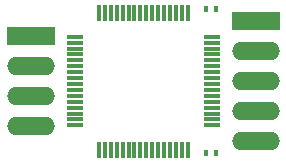
<source format=gtp>
G04 (created by PCBNEW (2013-04-19 BZR 4011)-stable) date 24/08/2014 03:54:09*
%MOIN*%
G04 Gerber Fmt 3.4, Leading zero omitted, Abs format*
%FSLAX34Y34*%
G01*
G70*
G90*
G04 APERTURE LIST*
%ADD10C,2.3622e-006*%
%ADD11R,0.0157X0.0236*%
%ADD12R,0.16X0.06*%
%ADD13O,0.16X0.06*%
%ADD14R,0.0572X0.0118*%
%ADD15R,0.0118X0.0572*%
G04 APERTURE END LIST*
G54D10*
G54D11*
X92577Y-67600D03*
X92223Y-67600D03*
G54D12*
X93900Y-63200D03*
G54D13*
X93900Y-64200D03*
X93900Y-65200D03*
X93900Y-66200D03*
X93900Y-67200D03*
G54D14*
X87867Y-64117D03*
X87867Y-64314D03*
X87867Y-64511D03*
X87867Y-64708D03*
X87867Y-64905D03*
X87867Y-65102D03*
X87867Y-63920D03*
X87867Y-63724D03*
G54D15*
X89461Y-62917D03*
X89658Y-62917D03*
X89855Y-62917D03*
G54D14*
X92433Y-65889D03*
X92433Y-66086D03*
X92433Y-66283D03*
X92433Y-66480D03*
X92433Y-66676D03*
G54D15*
X90839Y-67483D03*
G54D14*
X92433Y-65692D03*
X92433Y-65495D03*
X92433Y-65298D03*
X92433Y-65102D03*
X92433Y-64905D03*
G54D15*
X89658Y-67483D03*
X91036Y-62917D03*
X89855Y-67483D03*
X91233Y-62917D03*
X91430Y-62917D03*
X90052Y-67483D03*
X90248Y-67483D03*
X91626Y-62917D03*
G54D14*
X92433Y-64511D03*
G54D15*
X90445Y-67483D03*
X90642Y-67483D03*
G54D14*
X92433Y-64708D03*
G54D15*
X90839Y-62917D03*
X89461Y-67483D03*
X89264Y-67483D03*
X90642Y-62917D03*
X90445Y-62917D03*
X89067Y-67483D03*
X88870Y-67483D03*
X90248Y-62917D03*
X90052Y-62917D03*
X88674Y-67483D03*
G54D14*
X87867Y-65298D03*
X87867Y-65495D03*
X87867Y-65692D03*
X87867Y-65889D03*
G54D15*
X91036Y-67483D03*
X91233Y-67483D03*
X91430Y-67483D03*
X91626Y-67483D03*
G54D14*
X92433Y-64314D03*
X92433Y-64117D03*
X92433Y-63920D03*
X92433Y-63724D03*
X87867Y-66086D03*
X87867Y-66283D03*
X87867Y-66480D03*
X87867Y-66676D03*
G54D15*
X89264Y-62917D03*
X89067Y-62917D03*
X88870Y-62917D03*
X88674Y-62917D03*
G54D12*
X86400Y-63700D03*
G54D13*
X86400Y-64700D03*
X86400Y-65700D03*
X86400Y-66700D03*
G54D11*
X92223Y-62800D03*
X92577Y-62800D03*
M02*

</source>
